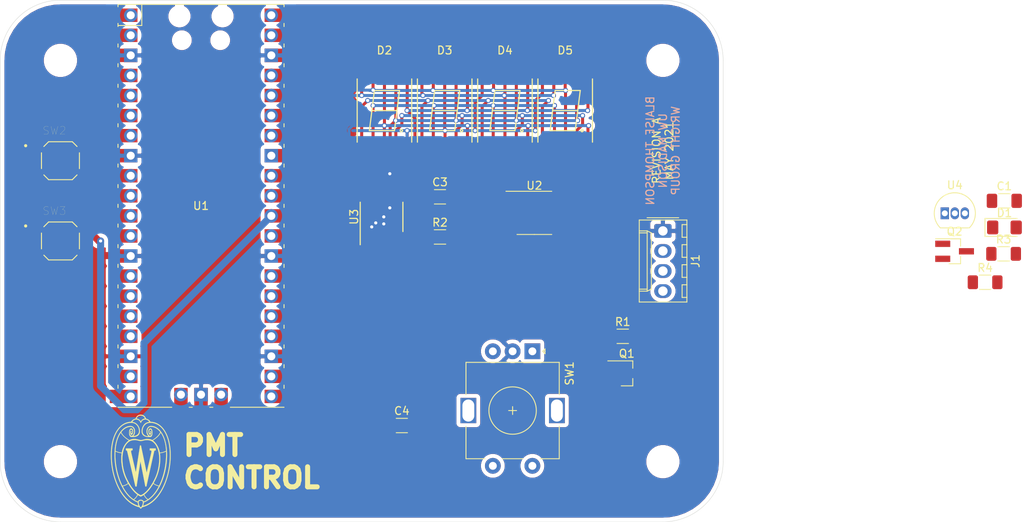
<source format=kicad_pcb>
(kicad_pcb (version 20171130) (host pcbnew 5.1.10-88a1d61d58~89~ubuntu20.10.1)
  (title_block (title "PMT Control") (date 2021-05-17) (rev A) (company "University of Wisconsin-Madison") (comment 1 "Department of Chemistry") (comment 2 "Wright Group") (comment 3 "Blaise Thompson") (comment 4 blaise.thompson@wisc.edu))
  (layers (0 F.Cu signal) (31 B.Cu signal) (34 B.Paste user) (35 F.Paste user) (36 B.SilkS user) (37 F.SilkS user) (38 B.Mask user) (39 F.Mask user) (44 Edge.Cuts user))
  (net 0 "")
  (net 1 GND)
  (net 2 /7seg/SEG2)
  (net 3 /7seg/SEG3)
  (net 4 /7seg/SEG0)
  (net 5 /7seg/SEG8)
  (net 6 /7seg/SEG7)
  (net 7 /7seg/SEG1)
  (net 8 /7seg/SEG6)
  (net 9 /7seg/SEG5)
  (net 10 /7seg/SEG4)
  (net 11 "Net-(C3-Pad1)")
  (net 12 +3V3)
  (net 13 "Net-(R2-Pad1)")
  (net 14 "Net-(SW1-PadA)")
  (net 15 "Net-(SW1-PadB)")
  (net 16 "Net-(U1-Pad43)")
  (net 17 "Net-(U1-Pad41)")
  (net 18 "Net-(U1-Pad22)")
  (net 19 "Net-(U1-Pad29)")
  (net 20 "Net-(U1-Pad31)")
  (net 21 "Net-(U1-Pad32)")
  (net 22 "Net-(U1-Pad33)")
  (net 23 "Net-(U1-Pad34)")
  (net 24 "Net-(U1-Pad35)")
  (net 25 "Net-(U1-Pad37)")
  (net 26 "Net-(U1-Pad39)")
  (net 27 "Net-(U1-Pad17)")
  (net 28 "Net-(U1-Pad16)")
  (net 29 "Net-(U1-Pad15)")
  (net 30 "Net-(U1-Pad14)")
  (net 31 "Net-(U1-Pad12)")
  (net 32 "Net-(U1-Pad11)")
  (net 33 "Net-(U1-Pad10)")
  (net 34 "Net-(U1-Pad7)")
  (net 35 "Net-(U1-Pad6)")
  (net 36 "Net-(U1-Pad5)")
  (net 37 "Net-(U1-Pad4)")
  (net 38 "Net-(U1-Pad2)")
  (net 39 "Net-(U1-Pad1)")
  (net 40 /7seg/~CS~)
  (net 41 SCK)
  (net 42 MOSI)
  (net 43 +5V)
  (net 44 "Net-(D1-Pad2)")
  (net 45 "Net-(D1-Pad1)")
  (net 46 "Net-(J1-Pad3)")
  (net 47 "Net-(J1-Pad2)")
  (net 48 "Net-(Q1-Pad1)")
  (net 49 "Net-(R1-Pad2)")
  (net 50 MISO)
  (net 51 "Net-(SW3-Pad1)")
  (net 52 "Net-(SW2-Pad2)")
  (module footprints:SW_PTS526_SM08_SMTR2_LFS (layer F.Cu) (at 63.5 76.2)
    (fp_text reference SW2 (at -0.762 -3.81) (layer F.SilkS) (effects (font (thickness 0.015))))
    (fp_text value TTL)
    (pad 2 smd rect (at 3 1.85) (size 1 0.7) (layers F.Cu F.Paste F.Mask) (net 52 "Net-(SW2-Pad2)"))
    (pad 1 smd rect (at 3 -1.85) (size 1 0.7) (layers F.Cu F.Paste F.Mask) (net 1 GND))
    (pad 2 smd rect (at -3 1.85) (size 1 0.7) (layers F.Cu F.Paste F.Mask) (net 52 "Net-(SW2-Pad2)"))
    (pad 1 smd rect (at -3 -1.85) (size 1 0.7) (layers F.Cu F.Paste F.Mask) (net 1 GND))
  )
  (module footprints:SW_PTS526_SM08_SMTR2_LFS (layer F.Cu) (at 63.5 86.36)
    (fp_text reference SW3 (at -0.762 -3.81) (layer F.SilkS) (effects (font (thickness 0.015))))
    (fp_text value RST)
    (pad 2 smd rect (at 3 1.85) (size 1 0.7) (layers F.Cu F.Paste F.Mask) (net 1 GND))
    (pad 1 smd rect (at 3 -1.85) (size 1 0.7) (layers F.Cu F.Paste F.Mask) (net 51 "Net-(SW3-Pad1)"))
    (pad 2 smd rect (at -3 1.85) (size 1 0.7) (layers F.Cu F.Paste F.Mask) (net 1 GND))
    (pad 1 smd rect (at -3 -1.85) (size 1 0.7) (layers F.Cu F.Paste F.Mask) (net 51 "Net-(SW3-Pad1)"))
  )
  (module Package_TO_SOT_THT:TO-92_Inline (layer F.Cu) (at 175.35 82.86)
    (fp_text reference U4 (at 1.27 -3.56) (layer F.SilkS))
    (fp_text value LM285Z-2.5)
    (pad 1 thru_hole rect (at 0 0) (size 1.05 1.5) (drill 0.75) (layers *.Cu *.Mask))
    (pad 3 thru_hole oval (at 2.54 0) (size 1.05 1.5) (drill 0.75) (layers *.Cu *.Mask) (net 1 GND))
    (pad 2 thru_hole oval (at 1.27 0) (size 1.05 1.5) (drill 0.75) (layers *.Cu *.Mask) (net 49 "Net-(R1-Pad2)"))
  )
  (module Resistor_SMD:R_1206_3216Metric_Pad1.30x1.75mm_HandSolder (layer F.Cu) (at 180.45 91.59)
    (fp_text reference R4 (at 0 -1.82) (layer F.SilkS))
    (fp_text value R_US)
    (pad 2 smd roundrect (at 1.55 0) (size 1.3 1.75) (layers F.Cu F.Paste F.Mask) (roundrect_rratio 0.192308) (net 47 "Net-(J1-Pad2)"))
    (pad 1 smd roundrect (at -1.55 0) (size 1.3 1.75) (layers F.Cu F.Paste F.Mask) (roundrect_rratio 0.192308) (net 43 +5V))
  )
  (module Resistor_SMD:R_1206_3216Metric_Pad1.30x1.75mm_HandSolder (layer F.Cu) (at 182.79 87.99)
    (fp_text reference R3 (at 0 -1.82) (layer F.SilkS))
    (fp_text value R_US)
    (pad 2 smd roundrect (at 1.55 0) (size 1.3 1.75) (layers F.Cu F.Paste F.Mask) (roundrect_rratio 0.192308) (net 44 "Net-(D1-Pad2)"))
    (pad 1 smd roundrect (at -1.55 0) (size 1.3 1.75) (layers F.Cu F.Paste F.Mask) (roundrect_rratio 0.192308) (net 43 +5V))
  )
  (module Resistor_SMD:R_1206_3216Metric_Pad1.30x1.75mm_HandSolder (layer F.Cu) (at 134.62 98.43)
    (fp_text reference R1 (at 0 -1.82) (layer F.SilkS))
    (fp_text value R_US)
    (pad 2 smd roundrect (at 1.55 0) (size 1.3 1.75) (layers F.Cu F.Paste F.Mask) (roundrect_rratio 0.192308) (net 49 "Net-(R1-Pad2)"))
    (pad 1 smd roundrect (at -1.55 0) (size 1.3 1.75) (layers F.Cu F.Paste F.Mask) (roundrect_rratio 0.192308) (net 43 +5V))
  )
  (module Package_TO_SOT_SMD:SOT-23_Handsoldering (layer F.Cu) (at 176.59 87.67)
    (fp_text reference Q2 (at 0 -2.5) (layer F.SilkS))
    (fp_text value 2N7000)
    (pad 3 smd rect (at 1.5 0) (size 1.9 0.8) (layers F.Cu F.Paste F.Mask) (net 47 "Net-(J1-Pad2)"))
    (pad 2 smd rect (at -1.5 0.95) (size 1.9 0.8) (layers F.Cu F.Paste F.Mask) (net 1 GND))
    (pad 1 smd rect (at -1.5 -0.95) (size 1.9 0.8) (layers F.Cu F.Paste F.Mask) (net 48 "Net-(Q1-Pad1)"))
  )
  (module Package_TO_SOT_SMD:SOT-23_Handsoldering (layer F.Cu) (at 135.128 103.124)
    (fp_text reference Q1 (at 0 -2.5) (layer F.SilkS))
    (fp_text value 2N7000)
    (pad 3 smd rect (at 1.5 0) (size 1.9 0.8) (layers F.Cu F.Paste F.Mask) (net 45 "Net-(D1-Pad1)"))
    (pad 2 smd rect (at -1.5 0.95) (size 1.9 0.8) (layers F.Cu F.Paste F.Mask) (net 1 GND))
    (pad 1 smd rect (at -1.5 -0.95) (size 1.9 0.8) (layers F.Cu F.Paste F.Mask) (net 48 "Net-(Q1-Pad1)"))
  )
  (module LED_SMD:LED_1206_3216Metric_Pad1.42x1.75mm_HandSolder (layer F.Cu) (at 182.895 84.65)
    (fp_text reference D1 (at 0 -1.82) (layer F.SilkS))
    (fp_text value LED)
    (pad 2 smd roundrect (at 1.4875 0) (size 1.425 1.75) (layers F.Cu F.Paste F.Mask) (roundrect_rratio 0.175439) (net 44 "Net-(D1-Pad2)"))
    (pad 1 smd roundrect (at -1.4875 0) (size 1.425 1.75) (layers F.Cu F.Paste F.Mask) (roundrect_rratio 0.175439) (net 45 "Net-(D1-Pad1)"))
  )
  (module Capacitor_SMD:C_1206_3216Metric_Pad1.33x1.80mm_HandSolder (layer F.Cu) (at 182.88 81.28)
    (fp_text reference C1 (at 0 -1.85) (layer F.SilkS))
    (fp_text value 100nF)
    (pad 2 smd roundrect (at 1.5625 0) (size 1.325 1.8) (layers F.Cu F.Paste F.Mask) (roundrect_rratio 0.188679) (net 1 GND))
    (pad 1 smd roundrect (at -1.5625 0) (size 1.325 1.8) (layers F.Cu F.Paste F.Mask) (roundrect_rratio 0.188679) (net 43 +5V))
  )
  (module Package_SO:TSSOP-16_4.4x5mm_P0.65mm (layer F.Cu) (at 123.444 82.804)
    (fp_text reference U2 (at 0 -3.45) (layer F.SilkS))
    (fp_text value AD5761BRUZ-AD5761BRUZ)
    (pad 16 smd roundrect (at 2.8625 -2.275) (size 1.475 0.4) (layers F.Cu F.Paste F.Mask) (net 1 GND))
    (pad 15 smd roundrect (at 2.8625 -1.625) (size 1.475 0.4) (layers F.Cu F.Paste F.Mask) (net 12 +3V3))
    (pad 14 smd roundrect (at 2.8625 -0.975) (size 1.475 0.4) (layers F.Cu F.Paste F.Mask) (net 41 SCK))
    (pad 13 smd roundrect (at 2.8625 -0.325) (size 1.475 0.4) (layers F.Cu F.Paste F.Mask) (net 37 "Net-(U1-Pad4)"))
    (pad 12 smd roundrect (at 2.8625 0.325) (size 1.475 0.4) (layers F.Cu F.Paste F.Mask) (net 42 MOSI))
    (pad 11 smd roundrect (at 2.8625 0.975) (size 1.475 0.4) (layers F.Cu F.Paste F.Mask) (net 1 GND))
    (pad 10 smd roundrect (at 2.8625 1.625) (size 1.475 0.4) (layers F.Cu F.Paste F.Mask) (net 50 MISO))
    (pad 9 smd roundrect (at 2.8625 2.275) (size 1.475 0.4) (layers F.Cu F.Paste F.Mask))
    (pad 8 smd roundrect (at -2.8625 2.275) (size 1.475 0.4) (layers F.Cu F.Paste F.Mask) (net 43 +5V))
    (pad 7 smd roundrect (at -2.8625 1.625) (size 1.475 0.4) (layers F.Cu F.Paste F.Mask) (net 46 "Net-(J1-Pad3)"))
    (pad 6 smd roundrect (at -2.8625 0.975) (size 1.475 0.4) (layers F.Cu F.Paste F.Mask) (net 1 GND))
    (pad 5 smd roundrect (at -2.8625 0.325) (size 1.475 0.4) (layers F.Cu F.Paste F.Mask) (net 1 GND))
    (pad 4 smd roundrect (at -2.8625 -0.325) (size 1.475 0.4) (layers F.Cu F.Paste F.Mask) (net 49 "Net-(R1-Pad2)"))
    (pad 3 smd roundrect (at -2.8625 -0.975) (size 1.475 0.4) (layers F.Cu F.Paste F.Mask) (net 34 "Net-(U1-Pad7)"))
    (pad 2 smd roundrect (at -2.8625 -1.625) (size 1.475 0.4) (layers F.Cu F.Paste F.Mask) (net 35 "Net-(U1-Pad6)"))
    (pad 1 smd roundrect (at -2.8625 -2.275) (size 1.475 0.4) (layers F.Cu F.Paste F.Mask) (net 36 "Net-(U1-Pad5)"))
  )
  (module footprints:RPi_Pico_SMD_TH (layer F.Cu) (at 81.28 81.915)
    (fp_text reference U1 (at 0 0) (layer F.SilkS))
    (fp_text value Pico)
    (pad 43 thru_hole oval (at 2.54 23.9) (size 1.7 1.7) (drill 1.02) (layers *.Cu *.Mask) (net 16 "Net-(U1-Pad43)"))
    (pad 43 smd rect (at 2.54 23.9 90) (size 3.5 1.7) (drill (offset -0.9 0)) (layers F.Cu F.Mask) (net 16 "Net-(U1-Pad43)"))
    (pad 42 thru_hole rect (at 0 23.9) (size 1.7 1.7) (drill 1.02) (layers *.Cu *.Mask) (net 1 GND))
    (pad 42 smd rect (at 0 23.9 90) (size 3.5 1.7) (drill (offset -0.9 0)) (layers F.Cu F.Mask) (net 1 GND))
    (pad 41 thru_hole oval (at -2.54 23.9) (size 1.7 1.7) (drill 1.02) (layers *.Cu *.Mask) (net 17 "Net-(U1-Pad41)"))
    (pad 41 smd rect (at -2.54 23.9 90) (size 3.5 1.7) (drill (offset -0.9 0)) (layers F.Cu F.Mask) (net 17 "Net-(U1-Pad41)"))
    (pad "" np_thru_hole oval (at 2.425 -20.97) (size 1.5 1.5) (drill 1.5) (layers *.Cu *.Mask))
    (pad "" np_thru_hole oval (at -2.425 -20.97) (size 1.5 1.5) (drill 1.5) (layers *.Cu *.Mask))
    (pad "" np_thru_hole oval (at 2.725 -24) (size 1.8 1.8) (drill 1.8) (layers *.Cu *.Mask))
    (pad "" np_thru_hole oval (at -2.725 -24) (size 1.8 1.8) (drill 1.8) (layers *.Cu *.Mask))
    (pad 21 smd rect (at 8.89 24.13) (size 3.5 1.7) (drill (offset 0.9 0)) (layers F.Cu F.Mask) (net 50 MISO))
    (pad 22 smd rect (at 8.89 21.59) (size 3.5 1.7) (drill (offset 0.9 0)) (layers F.Cu F.Mask) (net 18 "Net-(U1-Pad22)"))
    (pad 23 smd rect (at 8.89 19.05) (size 3.5 1.7) (drill (offset 0.9 0)) (layers F.Cu F.Mask) (net 1 GND))
    (pad 24 smd rect (at 8.89 16.51) (size 3.5 1.7) (drill (offset 0.9 0)) (layers F.Cu F.Mask) (net 41 SCK))
    (pad 25 smd rect (at 8.89 13.97) (size 3.5 1.7) (drill (offset 0.9 0)) (layers F.Cu F.Mask) (net 42 MOSI))
    (pad 26 smd rect (at 8.89 11.43) (size 3.5 1.7) (drill (offset 0.9 0)) (layers F.Cu F.Mask) (net 40 /7seg/~CS~))
    (pad 27 smd rect (at 8.89 8.89) (size 3.5 1.7) (drill (offset 0.9 0)) (layers F.Cu F.Mask) (net 48 "Net-(Q1-Pad1)"))
    (pad 28 smd rect (at 8.89 6.35) (size 3.5 1.7) (drill (offset 0.9 0)) (layers F.Cu F.Mask) (net 1 GND))
    (pad 29 smd rect (at 8.89 3.81) (size 3.5 1.7) (drill (offset 0.9 0)) (layers F.Cu F.Mask) (net 19 "Net-(U1-Pad29)"))
    (pad 30 smd rect (at 8.89 1.27) (size 3.5 1.7) (drill (offset 0.9 0)) (layers F.Cu F.Mask) (net 51 "Net-(SW3-Pad1)"))
    (pad 31 smd rect (at 8.89 -1.27) (size 3.5 1.7) (drill (offset 0.9 0)) (layers F.Cu F.Mask) (net 20 "Net-(U1-Pad31)"))
    (pad 32 smd rect (at 8.89 -3.81) (size 3.5 1.7) (drill (offset 0.9 0)) (layers F.Cu F.Mask) (net 21 "Net-(U1-Pad32)"))
    (pad 33 smd rect (at 8.89 -6.35) (size 3.5 1.7) (drill (offset 0.9 0)) (layers F.Cu F.Mask) (net 22 "Net-(U1-Pad33)"))
    (pad 34 smd rect (at 8.89 -8.89) (size 3.5 1.7) (drill (offset 0.9 0)) (layers F.Cu F.Mask) (net 23 "Net-(U1-Pad34)"))
    (pad 35 smd rect (at 8.89 -11.43) (size 3.5 1.7) (drill (offset 0.9 0)) (layers F.Cu F.Mask) (net 24 "Net-(U1-Pad35)"))
    (pad 36 smd rect (at 8.89 -13.97) (size 3.5 1.7) (drill (offset 0.9 0)) (layers F.Cu F.Mask) (net 12 +3V3))
    (pad 37 smd rect (at 8.89 -16.51) (size 3.5 1.7) (drill (offset 0.9 0)) (layers F.Cu F.Mask) (net 25 "Net-(U1-Pad37)"))
    (pad 38 smd rect (at 8.89 -19.05) (size 3.5 1.7) (drill (offset 0.9 0)) (layers F.Cu F.Mask) (net 1 GND))
    (pad 39 smd rect (at 8.89 -21.59) (size 3.5 1.7) (drill (offset 0.9 0)) (layers F.Cu F.Mask) (net 26 "Net-(U1-Pad39)"))
    (pad 40 smd rect (at 8.89 -24.13) (size 3.5 1.7) (drill (offset 0.9 0)) (layers F.Cu F.Mask) (net 43 +5V))
    (pad 20 smd rect (at -8.89 24.13) (size 3.5 1.7) (drill (offset -0.9 0)) (layers F.Cu F.Mask) (net 15 "Net-(SW1-PadB)"))
    (pad 19 smd rect (at -8.89 21.59) (size 3.5 1.7) (drill (offset -0.9 0)) (layers F.Cu F.Mask) (net 14 "Net-(SW1-PadA)"))
    (pad 18 smd rect (at -8.89 19.05) (size 3.5 1.7) (drill (offset -0.9 0)) (layers F.Cu F.Mask) (net 1 GND))
    (pad 17 smd rect (at -8.89 16.51) (size 3.5 1.7) (drill (offset -0.9 0)) (layers F.Cu F.Mask) (net 27 "Net-(U1-Pad17)"))
    (pad 16 smd rect (at -8.89 13.97) (size 3.5 1.7) (drill (offset -0.9 0)) (layers F.Cu F.Mask) (net 28 "Net-(U1-Pad16)"))
    (pad 15 smd rect (at -8.89 11.43) (size 3.5 1.7) (drill (offset -0.9 0)) (layers F.Cu F.Mask) (net 29 "Net-(U1-Pad15)"))
    (pad 14 smd rect (at -8.89 8.89) (size 3.5 1.7) (drill (offset -0.9 0)) (layers F.Cu F.Mask) (net 30 "Net-(U1-Pad14)"))
    (pad 13 smd rect (at -8.89 6.35) (size 3.5 1.7) (drill (offset -0.9 0)) (layers F.Cu F.Mask) (net 1 GND))
    (pad 12 smd rect (at -8.89 3.81) (size 3.5 1.7) (drill (offset -0.9 0)) (layers F.Cu F.Mask) (net 31 "Net-(U1-Pad12)"))
    (pad 11 smd rect (at -8.89 1.27) (size 3.5 1.7) (drill (offset -0.9 0)) (layers F.Cu F.Mask) (net 32 "Net-(U1-Pad11)"))
    (pad 10 smd rect (at -8.89 -1.27) (size 3.5 1.7) (drill (offset -0.9 0)) (layers F.Cu F.Mask) (net 33 "Net-(U1-Pad10)"))
    (pad 9 smd rect (at -8.89 -3.81) (size 3.5 1.7) (drill (offset -0.9 0)) (layers F.Cu F.Mask) (net 52 "Net-(SW2-Pad2)"))
    (pad 8 smd rect (at -8.89 -6.35) (size 3.5 1.7) (drill (offset -0.9 0)) (layers F.Cu F.Mask) (net 1 GND))
    (pad 7 smd rect (at -8.89 -8.89) (size 3.5 1.7) (drill (offset -0.9 0)) (layers F.Cu F.Mask) (net 34 "Net-(U1-Pad7)"))
    (pad 6 smd rect (at -8.89 -11.43) (size 3.5 1.7) (drill (offset -0.9 0)) (layers F.Cu F.Mask) (net 35 "Net-(U1-Pad6)"))
    (pad 5 smd rect (at -8.89 -13.97) (size 3.5 1.7) (drill (offset -0.9 0)) (layers F.Cu F.Mask) (net 36 "Net-(U1-Pad5)"))
    (pad 4 smd rect (at -8.89 -16.51) (size 3.5 1.7) (drill (offset -0.9 0)) (layers F.Cu F.Mask) (net 37 "Net-(U1-Pad4)"))
    (pad 3 smd rect (at -8.89 -19.05) (size 3.5 1.7) (drill (offset -0.9 0)) (layers F.Cu F.Mask) (net 1 GND))
    (pad 2 smd rect (at -8.89 -21.59) (size 3.5 1.7) (drill (offset -0.9 0)) (layers F.Cu F.Mask) (net 38 "Net-(U1-Pad2)"))
    (pad 1 smd rect (at -8.89 -24.13) (size 3.5 1.7) (drill (offset -0.9 0)) (layers F.Cu F.Mask) (net 39 "Net-(U1-Pad1)"))
    (pad 40 thru_hole oval (at 8.89 -24.13) (size 1.7 1.7) (drill 1.02) (layers *.Cu *.Mask) (net 43 +5V))
    (pad 39 thru_hole oval (at 8.89 -21.59) (size 1.7 1.7) (drill 1.02) (layers *.Cu *.Mask) (net 26 "Net-(U1-Pad39)"))
    (pad 38 thru_hole rect (at 8.89 -19.05) (size 1.7 1.7) (drill 1.02) (layers *.Cu *.Mask) (net 1 GND))
    (pad 37 thru_hole oval (at 8.89 -16.51) (size 1.7 1.7) (drill 1.02) (layers *.Cu *.Mask) (net 25 "Net-(U1-Pad37)"))
    (pad 36 thru_hole oval (at 8.89 -13.97) (size 1.7 1.7) (drill 1.02) (layers *.Cu *.Mask) (net 12 +3V3))
    (pad 35 thru_hole oval (at 8.89 -11.43) (size 1.7 1.7) (drill 1.02) (layers *.Cu *.Mask) (net 24 "Net-(U1-Pad35)"))
    (pad 34 thru_hole oval (at 8.89 -8.89) (size 1.7 1.7) (drill 1.02) (layers *.Cu *.Mask) (net 23 "Net-(U1-Pad34)"))
    (pad 33 thru_hole rect (at 8.89 -6.35) (size 1.7 1.7) (drill 1.02) (layers *.Cu *.Mask) (net 22 "Net-(U1-Pad33)"))
    (pad 32 thru_hole oval (at 8.89 -3.81) (size 1.7 1.7) (drill 1.02) (layers *.Cu *.Mask) (net 21 "Net-(U1-Pad32)"))
    (pad 31 thru_hole oval (at 8.89 -1.27) (size 1.7 1.7) (drill 1.02) (layers *.Cu *.Mask) (net 20 "Net-(U1-Pad31)"))
    (pad 30 thru_hole oval (at 8.89 1.27) (size 1.7 1.7) (drill 1.02) (layers *.Cu *.Mask) (net 51 "Net-(SW3-Pad1)"))
    (pad 29 thru_hole oval (at 8.89 3.81) (size 1.7 1.7) (drill 1.02) (layers *.Cu *.Mask) (net 19 "Net-(U1-Pad29)"))
    (pad 28 thru_hole rect (at 8.89 6.35) (size 1.7 1.7) (drill 1.02) (layers *.Cu *.Mask) (net 1 GND))
    (pad 27 thru_hole oval (at 8.89 8.89) (size 1.7 1.7) (drill 1.02) (layers *.Cu *.Mask) (net 48 "Net-(Q1-Pad1)"))
    (pad 26 thru_hole oval (at 8.89 11.43) (size 1.7 1.7) (drill 1.02) (layers *.Cu *.Mask) (net 40 /7seg/~CS~))
    (pad 25 thru_hole oval (at 8.89 13.97) (size 1.7 1.7) (drill 1.02) (layers *.Cu *.Mask) (net 42 MOSI))
    (pad 24 thru_hole oval (at 8.89 16.51) (size 1.7 1.7) (drill 1.02) (layers *.Cu *.Mask) (net 41 SCK))
    (pad 23 thru_hole rect (at 8.89 19.05) (size 1.7 1.7) (drill 1.02) (layers *.Cu *.Mask) (net 1 GND))
    (pad 22 thru_hole oval (at 8.89 21.59) (size 1.7 1.7) (drill 1.02) (layers *.Cu *.Mask) (net 18 "Net-(U1-Pad22)"))
    (pad 21 thru_hole oval (at 8.89 24.13) (size 1.7 1.7) (drill 1.02) (layers *.Cu *.Mask) (net 50 MISO))
    (pad 20 thru_hole oval (at -8.89 24.13) (size 1.7 1.7) (drill 1.02) (layers *.Cu *.Mask) (net 15 "Net-(SW1-PadB)"))
    (pad 19 thru_hole oval (at -8.89 21.59) (size 1.7 1.7) (drill 1.02) (layers *.Cu *.Mask) (net 14 "Net-(SW1-PadA)"))
    (pad 18 thru_hole rect (at -8.89 19.05) (size 1.7 1.7) (drill 1.02) (layers *.Cu *.Mask) (net 1 GND))
    (pad 17 thru_hole oval (at -8.89 16.51) (size 1.7 1.7) (drill 1.02) (layers *.Cu *.Mask) (net 27 "Net-(U1-Pad17)"))
    (pad 16 thru_hole oval (at -8.89 13.97) (size 1.7 1.7) (drill 1.02) (layers *.Cu *.Mask) (net 28 "Net-(U1-Pad16)"))
    (pad 15 thru_hole oval (at -8.89 11.43) (size 1.7 1.7) (drill 1.02) (layers *.Cu *.Mask) (net 29 "Net-(U1-Pad15)"))
    (pad 14 thru_hole oval (at -8.89 8.89) (size 1.7 1.7) (drill 1.02) (layers *.Cu *.Mask) (net 30 "Net-(U1-Pad14)"))
    (pad 13 thru_hole rect (at -8.89 6.35) (size 1.7 1.7) (drill 1.02) (layers *.Cu *.Mask) (net 1 GND))
    (pad 12 thru_hole oval (at -8.89 3.81) (size 1.7 1.7) (drill 1.02) (layers *.Cu *.Mask) (net 31 "Net-(U1-Pad12)"))
    (pad 11 thru_hole oval (at -8.89 1.27) (size 1.7 1.7) (drill 1.02) (layers *.Cu *.Mask) (net 32 "Net-(U1-Pad11)"))
    (pad 10 thru_hole oval (at -8.89 -1.27) (size 1.7 1.7) (drill 1.02) (layers *.Cu *.Mask) (net 33 "Net-(U1-Pad10)"))
    (pad 9 thru_hole oval (at -8.89 -3.81) (size 1.7 1.7) (drill 1.02) (layers *.Cu *.Mask) (net 52 "Net-(SW2-Pad2)"))
    (pad 8 thru_hole rect (at -8.89 -6.35) (size 1.7 1.7) (drill 1.02) (layers *.Cu *.Mask) (net 1 GND))
    (pad 7 thru_hole oval (at -8.89 -8.89) (size 1.7 1.7) (drill 1.02) (layers *.Cu *.Mask) (net 34 "Net-(U1-Pad7)"))
    (pad 6 thru_hole oval (at -8.89 -11.43) (size 1.7 1.7) (drill 1.02) (layers *.Cu *.Mask) (net 35 "Net-(U1-Pad6)"))
    (pad 5 thru_hole oval (at -8.89 -13.97) (size 1.7 1.7) (drill 1.02) (layers *.Cu *.Mask) (net 36 "Net-(U1-Pad5)"))
    (pad 4 thru_hole oval (at -8.89 -16.51) (size 1.7 1.7) (drill 1.02) (layers *.Cu *.Mask) (net 37 "Net-(U1-Pad4)"))
    (pad 3 thru_hole rect (at -8.89 -19.05) (size 1.7 1.7) (drill 1.02) (layers *.Cu *.Mask) (net 1 GND))
    (pad 2 thru_hole oval (at -8.89 -21.59) (size 1.7 1.7) (drill 1.02) (layers *.Cu *.Mask) (net 38 "Net-(U1-Pad2)"))
    (pad 1 thru_hole oval (at -8.89 -24.13) (size 1.7 1.7) (drill 1.02) (layers *.Cu *.Mask) (net 39 "Net-(U1-Pad1)"))
  )
  (module Connector_Molex:Molex_KK-254_AE-6410-04A_1x04_P2.54mm_Vertical (layer F.Cu) (at 139.7 85.09 270)
    (fp_text reference J1 (at 3.81 -4.12 90) (layer F.SilkS))
    (fp_text value OUT)
    (pad 4 thru_hole oval (at 7.62 0 270) (size 1.74 2.19) (drill 1.19) (layers *.Cu *.Mask) (net 43 +5V))
    (pad 3 thru_hole oval (at 5.08 0 270) (size 1.74 2.19) (drill 1.19) (layers *.Cu *.Mask) (net 46 "Net-(J1-Pad3)"))
    (pad 2 thru_hole oval (at 2.54 0 270) (size 1.74 2.19) (drill 1.19) (layers *.Cu *.Mask) (net 47 "Net-(J1-Pad2)"))
    (pad 1 thru_hole roundrect (at 0 0 270) (size 1.74 2.19) (drill 1.19) (layers *.Cu *.Mask) (roundrect_rratio 0.143678) (net 1 GND))
  )
  (module Package_SO:QSOP-16_3.9x4.9mm_P0.635mm (layer F.Cu) (at 104.14 83.312 90)
    (fp_text reference U3 (at 0 -3.5 90) (layer F.SilkS))
    (fp_text value MAX6951)
    (pad 16 smd rect (at 2.6543 -2.2225 90) (size 1.6 0.41) (layers F.Cu F.Paste F.Mask) (net 12 +3V3))
    (pad 15 smd rect (at 2.6543 -1.5875 90) (size 1.6 0.41) (layers F.Cu F.Paste F.Mask) (net 40 /7seg/~CS~))
    (pad 14 smd rect (at 2.6543 -0.9525 90) (size 1.6 0.41) (layers F.Cu F.Paste F.Mask) (net 10 /7seg/SEG4))
    (pad 13 smd rect (at 2.6543 -0.3175 90) (size 1.6 0.41) (layers F.Cu F.Paste F.Mask) (net 9 /7seg/SEG5))
    (pad 12 smd rect (at 2.6543 0.3175 90) (size 1.6 0.41) (layers F.Cu F.Paste F.Mask) (net 8 /7seg/SEG6))
    (pad 11 smd rect (at 2.6543 0.9525 90) (size 1.6 0.41) (layers F.Cu F.Paste F.Mask) (net 6 /7seg/SEG7))
    (pad 10 smd rect (at 2.6543 1.5875 90) (size 1.6 0.41) (layers F.Cu F.Paste F.Mask) (net 5 /7seg/SEG8))
    (pad 9 smd rect (at 2.6543 2.2225 90) (size 1.6 0.41) (layers F.Cu F.Paste F.Mask) (net 11 "Net-(C3-Pad1)") (clearance 0.0762))
    (pad 8 smd rect (at -2.6543 2.2225 90) (size 1.6 0.41) (layers F.Cu F.Paste F.Mask) (net 1 GND) (clearance 0.0762))
    (pad 7 smd rect (at -2.6543 1.5875 90) (size 1.6 0.41) (layers F.Cu F.Paste F.Mask) (net 13 "Net-(R2-Pad1)"))
    (pad 6 smd rect (at -2.6543 0.9525 90) (size 1.6 0.41) (layers F.Cu F.Paste F.Mask) (net 4 /7seg/SEG0))
    (pad 5 smd rect (at -2.6543 0.3175 90) (size 1.6 0.41) (layers F.Cu F.Paste F.Mask) (net 7 /7seg/SEG1))
    (pad 4 smd rect (at -2.6543 -0.3175 90) (size 1.6 0.41) (layers F.Cu F.Paste F.Mask) (net 2 /7seg/SEG2))
    (pad 3 smd rect (at -2.6543 -0.9525 90) (size 1.6 0.41) (layers F.Cu F.Paste F.Mask) (net 3 /7seg/SEG3))
    (pad 2 smd rect (at -2.6543 -1.5875 90) (size 1.6 0.41) (layers F.Cu F.Paste F.Mask) (net 41 SCK))
    (pad 1 smd rect (at -2.6543 -2.2225 90) (size 1.6 0.41) (layers F.Cu F.Paste F.Mask) (net 42 MOSI) (clearance 0.0762))
  )
  (module Resistor_SMD:R_1206_3216Metric_Pad1.30x1.75mm_HandSolder (layer F.Cu) (at 111.506 85.852)
    (fp_text reference R2 (at 0 -1.82) (layer F.SilkS))
    (fp_text value R_US)
    (pad 2 smd roundrect (at 1.55 0) (size 1.3 1.75) (layers F.Cu F.Paste F.Mask) (roundrect_rratio 0.192308) (net 1 GND))
    (pad 1 smd roundrect (at -1.55 0) (size 1.3 1.75) (layers F.Cu F.Paste F.Mask) (roundrect_rratio 0.192308) (net 13 "Net-(R2-Pad1)"))
  )
  (module Capacitor_SMD:C_1206_3216Metric_Pad1.33x1.80mm_HandSolder (layer F.Cu) (at 106.68 109.728)
    (fp_text reference C4 (at 0 -1.85) (layer F.SilkS))
    (fp_text value 100n)
    (pad 2 smd roundrect (at 1.5625 0) (size 1.325 1.8) (layers F.Cu F.Paste F.Mask) (roundrect_rratio 0.188679) (net 1 GND))
    (pad 1 smd roundrect (at -1.5625 0) (size 1.325 1.8) (layers F.Cu F.Paste F.Mask) (roundrect_rratio 0.188679) (net 12 +3V3))
  )
  (module Capacitor_SMD:C_1206_3216Metric_Pad1.33x1.80mm_HandSolder (layer F.Cu) (at 111.506 80.772)
    (fp_text reference C3 (at 0 -1.85) (layer F.SilkS))
    (fp_text value C)
    (pad 2 smd roundrect (at 1.5625 0) (size 1.325 1.8) (layers F.Cu F.Paste F.Mask) (roundrect_rratio 0.188679) (net 1 GND))
    (pad 1 smd roundrect (at -1.5625 0) (size 1.325 1.8) (layers F.Cu F.Paste F.Mask) (roundrect_rratio 0.188679) (net 11 "Net-(C3-Pad1)"))
  )
  (module fram-prototype:ACSC02-41SURKWA-F01 (layer F.Cu) (at 127.34 69.85)
    (fp_text reference D5 (at 0 -7.62) (layer F.SilkS))
    (fp_text value ACSC02-41SURKWA-F01)
    (pad 10 smd rect (at -2.88 -5) (size 0.9 2.8) (layers F.Cu F.Paste F.Mask) (net 7 /7seg/SEG1))
    (pad 9 smd rect (at -1.44 -5) (size 0.9 2.8) (layers F.Cu F.Paste F.Mask) (net 2 /7seg/SEG2))
    (pad 8 smd rect (at 0 -5) (size 0.9 2.8) (layers F.Cu F.Paste F.Mask) (net 3 /7seg/SEG3))
    (pad 7 smd rect (at 1.44 -5) (size 0.9 2.8) (layers F.Cu F.Paste F.Mask) (net 5 /7seg/SEG8))
    (pad 6 smd rect (at 2.88 -5) (size 0.9 2.8) (layers F.Cu F.Paste F.Mask) (net 6 /7seg/SEG7))
    (pad 5 smd rect (at 2.88 5) (size 0.9 2.8) (layers F.Cu F.Paste F.Mask) (net 4 /7seg/SEG0))
    (pad 4 smd rect (at 1.44 5) (size 0.9 2.8) (layers F.Cu F.Paste F.Mask) (net 8 /7seg/SEG6))
    (pad 3 smd rect (at 0 5) (size 0.9 2.8) (layers F.Cu F.Paste F.Mask) (net 3 /7seg/SEG3))
    (pad 2 smd rect (at -1.44 5) (size 0.9 2.8) (layers F.Cu F.Paste F.Mask) (net 9 /7seg/SEG5))
    (pad 1 smd rect (at -2.88 5) (size 0.9 2.8) (layers F.Cu F.Paste F.Mask) (net 10 /7seg/SEG4))
  )
  (module fram-prototype:ACSC02-41SURKWA-F01 (layer F.Cu) (at 119.72 69.85)
    (fp_text reference D4 (at 0 -7.62) (layer F.SilkS))
    (fp_text value ACSC02-41SURKWA-F01)
    (pad 10 smd rect (at -2.88 -5) (size 0.9 2.8) (layers F.Cu F.Paste F.Mask) (net 7 /7seg/SEG1))
    (pad 9 smd rect (at -1.44 -5) (size 0.9 2.8) (layers F.Cu F.Paste F.Mask) (net 3 /7seg/SEG3))
    (pad 8 smd rect (at 0 -5) (size 0.9 2.8) (layers F.Cu F.Paste F.Mask) (net 2 /7seg/SEG2))
    (pad 7 smd rect (at 1.44 -5) (size 0.9 2.8) (layers F.Cu F.Paste F.Mask) (net 5 /7seg/SEG8))
    (pad 6 smd rect (at 2.88 -5) (size 0.9 2.8) (layers F.Cu F.Paste F.Mask) (net 6 /7seg/SEG7))
    (pad 5 smd rect (at 2.88 5) (size 0.9 2.8) (layers F.Cu F.Paste F.Mask) (net 4 /7seg/SEG0))
    (pad 4 smd rect (at 1.44 5) (size 0.9 2.8) (layers F.Cu F.Paste F.Mask) (net 8 /7seg/SEG6))
    (pad 3 smd rect (at 0 5) (size 0.9 2.8) (layers F.Cu F.Paste F.Mask) (net 2 /7seg/SEG2))
    (pad 2 smd rect (at -1.44 5) (size 0.9 2.8) (layers F.Cu F.Paste F.Mask) (net 9 /7seg/SEG5))
    (pad 1 smd rect (at -2.88 5) (size 0.9 2.8) (layers F.Cu F.Paste F.Mask) (net 10 /7seg/SEG4))
  )
  (module fram-prototype:ACSC02-41SURKWA-F01 (layer F.Cu) (at 112.1 69.85)
    (fp_text reference D3 (at 0 -7.62) (layer F.SilkS))
    (fp_text value ACSC02-41SURKWA-F01)
    (pad 10 smd rect (at -2.88 -5) (size 0.9 2.8) (layers F.Cu F.Paste F.Mask) (net 2 /7seg/SEG2))
    (pad 9 smd rect (at -1.44 -5) (size 0.9 2.8) (layers F.Cu F.Paste F.Mask) (net 3 /7seg/SEG3))
    (pad 8 smd rect (at 0 -5) (size 0.9 2.8) (layers F.Cu F.Paste F.Mask) (net 7 /7seg/SEG1))
    (pad 7 smd rect (at 1.44 -5) (size 0.9 2.8) (layers F.Cu F.Paste F.Mask) (net 5 /7seg/SEG8))
    (pad 6 smd rect (at 2.88 -5) (size 0.9 2.8) (layers F.Cu F.Paste F.Mask) (net 6 /7seg/SEG7))
    (pad 5 smd rect (at 2.88 5) (size 0.9 2.8) (layers F.Cu F.Paste F.Mask) (net 4 /7seg/SEG0))
    (pad 4 smd rect (at 1.44 5) (size 0.9 2.8) (layers F.Cu F.Paste F.Mask) (net 8 /7seg/SEG6))
    (pad 3 smd rect (at 0 5) (size 0.9 2.8) (layers F.Cu F.Paste F.Mask) (net 7 /7seg/SEG1))
    (pad 2 smd rect (at -1.44 5) (size 0.9 2.8) (layers F.Cu F.Paste F.Mask) (net 9 /7seg/SEG5))
    (pad 1 smd rect (at -2.88 5) (size 0.9 2.8) (layers F.Cu F.Paste F.Mask) (net 10 /7seg/SEG4))
  )
  (module fram-prototype:ACSC02-41SURKWA-F01 (layer F.Cu) (at 104.48 69.85)
    (fp_text reference D2 (at 0 -7.62) (layer F.SilkS))
    (fp_text value ACSC02-41SURKWA-F01)
    (pad 10 smd rect (at -2.88 -5) (size 0.9 2.8) (layers F.Cu F.Paste F.Mask) (net 2 /7seg/SEG2))
    (pad 9 smd rect (at -1.44 -5) (size 0.9 2.8) (layers F.Cu F.Paste F.Mask) (net 3 /7seg/SEG3))
    (pad 8 smd rect (at 0 -5) (size 0.9 2.8) (layers F.Cu F.Paste F.Mask) (net 4 /7seg/SEG0))
    (pad 7 smd rect (at 1.44 -5) (size 0.9 2.8) (layers F.Cu F.Paste F.Mask) (net 5 /7seg/SEG8))
    (pad 6 smd rect (at 2.88 -5) (size 0.9 2.8) (layers F.Cu F.Paste F.Mask) (net 6 /7seg/SEG7))
    (pad 5 smd rect (at 2.88 5) (size 0.9 2.8) (layers F.Cu F.Paste F.Mask) (net 7 /7seg/SEG1))
    (pad 4 smd rect (at 1.44 5) (size 0.9 2.8) (layers F.Cu F.Paste F.Mask) (net 8 /7seg/SEG6))
    (pad 3 smd rect (at 0 5) (size 0.9 2.8) (layers F.Cu F.Paste F.Mask) (net 4 /7seg/SEG0))
    (pad 2 smd rect (at -1.44 5) (size 0.9 2.8) (layers F.Cu F.Paste F.Mask) (net 9 /7seg/SEG5))
    (pad 1 smd rect (at -2.88 5) (size 0.9 2.8) (layers F.Cu F.Paste F.Mask) (net 10 /7seg/SEG4))
  )
  (module Rotary_Encoder:RotaryEncoder_Alps_EC11E-Switch_Vertical_H20mm (layer F.Cu) (at 123.19 100.33 270)
    (fp_text reference SW1 (at 2.8 -4.7 90) (layer F.SilkS))
    (fp_text value Rotary_Encoder_Switch)
    (pad A thru_hole rect (at 0 0 270) (size 2 2) (drill 1) (layers *.Cu *.Mask) (net 14 "Net-(SW1-PadA)"))
    (pad C thru_hole circle (at 0 2.5 270) (size 2 2) (drill 1) (layers *.Cu *.Mask) (net 1 GND))
    (pad B thru_hole circle (at 0 5 270) (size 2 2) (drill 1) (layers *.Cu *.Mask) (net 15 "Net-(SW1-PadB)"))
    (pad MP thru_hole rect (at 7.5 -3.1 270) (size 3.2 2) (drill oval 2.8 1.5) (layers *.Cu *.Mask))
    (pad MP thru_hole rect (at 7.5 8.1 270) (size 3.2 2) (drill oval 2.8 1.5) (layers *.Cu *.Mask))
    (pad S2 thru_hole circle (at 14.5 0 270) (size 2 2) (drill 1) (layers *.Cu *.Mask))
    (pad S1 thru_hole circle (at 14.5 5 270) (size 2 2) (drill 1) (layers *.Cu *.Mask))
  )
  (module MountingHole:MountingHole_3.2mm_M3 (layer F.Cu) (at 63.5 114.3)
    (fp_text reference REF** hide)
    (fp_text value MountingHole_3.2mm_M3 hide)
    (pad 1 np_thru_hole circle (at 0 0) (size 3.2 3.2) (drill 3.2) (layers *.Cu *.Mask))
  )
  (module MountingHole:MountingHole_3.2mm_M3 (layer F.Cu) (at 139.7 114.3)
    (fp_text reference REF** hide)
    (fp_text value MountingHole_3.2mm_M3 hide)
    (pad 1 np_thru_hole circle (at 0 0) (size 3.2 3.2) (drill 3.2) (layers *.Cu *.Mask))
  )
  (module MountingHole:MountingHole_3.2mm_M3 (layer F.Cu) (at 63.5 63.5)
    (fp_text reference REF** hide)
    (fp_text value MountingHole_3.2mm_M3 hide)
    (pad 1 np_thru_hole circle (at 0 0) (size 3.2 3.2) (drill 3.2) (layers *.Cu *.Mask))
  )
  (module MountingHole:MountingHole_3.2mm_M3 (layer F.Cu) (at 139.7 63.5)
    (fp_text reference REF** hide)
    (fp_text value MountingHole_3.2mm_M3 hide)
    (pad 1 np_thru_hole circle (at 0 0) (size 3.2 3.2) (drill 3.2) (layers *.Cu *.Mask))
  )
  (module footprints:logo (layer F.Cu) (at 73.66 114.3)
    (fp_text reference G*** hide)
    (fp_text value LOGO hide)
  )
  (gr_text "REVISION A\nMAY 2021" (at 139.7 74.93 90) (layer F.SilkS) (effects (font (size 1 1))))
  (gr_text "BLAISE THOMPSON\nUW MADISON\nWRIGHT GROUP" (at 139.7 74.93 90) (layer B.SilkS) (effects (font (size 1 1)) (justify mirror)))
  (gr_text "PMT\nCONTROL" (at 78.74 114.3) (layer F.SilkS) (effects (font (size 2.54 2.54) (thickness 0.635)) (justify left)))
  (gr_line (start 63.5 121.92) (end 139.7 121.92) (layer Edge.Cuts) (width 0.05))
  (gr_line (start 55.88 63.5) (end 55.88 114.3) (layer Edge.Cuts) (width 0.05))
  (gr_line (start 139.7 55.88) (end 63.5 55.88) (layer Edge.Cuts) (width 0.05))
  (gr_line (start 147.32 63.5) (end 147.32 114.3) (layer Edge.Cuts) (width 0.05))
  (gr_arc (start 139.7 114.3) (end 139.7 121.92) (angle -90) (layer Edge.Cuts) (width 0.05))
  (gr_arc (start 63.5 114.3) (end 55.88 114.3) (angle -90) (layer Edge.Cuts) (width 0.05))
  (gr_arc (start 63.5 63.5) (end 63.5 55.88) (angle -90) (layer Edge.Cuts) (width 0.05))
  (gr_arc (start 139.7 63.5) (end 147.32 63.5) (angle -90) (layer Edge.Cuts) (width 0.05))
  (segment (start 66.5 74.35) (end 60.5 74.35) (width 0.889) (layer F.Cu) (net 1))
  (segment (start 67.715 75.565) (end 72.39 75.565) (width 0.889) (layer F.Cu) (net 1))
  (segment (start 66.5 74.35) (end 67.715 75.565) (width 0.889) (layer F.Cu) (net 1))
  (segment (start 60.5 88.21) (end 66.5 88.21) (width 0.889) (layer F.Cu) (net 1))
  (segment (start 72.335 88.21) (end 72.39 88.265) (width 0.889) (layer F.Cu) (net 1))
  (segment (start 66.5 88.21) (end 72.335 88.21) (width 0.889) (layer F.Cu) (net 1))
  (segment (start 113.056 80.7845) (end 113.0685 80.772) (width 0.889) (layer F.Cu) (net 1))
  (segment (start 109.754 82.651) (end 106.758001 85.646999) (width 0.889) (layer F.Cu) (net 1))
  (segment (start 106.758001 85.646999) (end 106.758001 85.9663) (width 0.889) (layer F.Cu) (net 1))
  (segment (start 113.056 82.651) (end 109.754 82.651) (width 0.889) (layer F.Cu) (net 1))
  (segment (start 113.056 85.852) (end 113.056 82.651) (width 0.889) (layer F.Cu) (net 1))
  (segment (start 113.056 82.651) (end 113.056 80.7845) (width 0.889) (layer F.Cu) (net 1))
  (via (at 101.6 67.945) (size 0.635) (drill 0.4) (layers F.Cu B.Cu) (net 2))
  (segment (start 101.6 64.85) (end 101.6 67.945) (width 0.381) (layer F.Cu) (net 2))
  (segment (start 101.219 67.945) (end 101.6 67.945) (width 0.381) (layer B.Cu) (net 2))
  (via (at 109.347 67.945) (size 0.635) (drill 0.4) (layers F.Cu B.Cu) (net 2))
  (segment (start 109.22 64.85) (end 109.22 67.818) (width 0.381) (layer F.Cu) (net 2))
  (segment (start 109.22 67.818) (end 109.347 67.945) (width 0.381) (layer F.Cu) (net 2))
  (segment (start 101.6 67.945) (end 109.347 67.945) (width 0.381) (layer B.Cu) (net 2))
  (segment (start 125.9 67.902) (end 125.857 67.945) (width 0.381) (layer F.Cu) (net 2))
  (via (at 125.857 67.945) (size 0.635) (drill 0.4) (layers F.Cu B.Cu) (net 2))
  (segment (start 125.9 64.85) (end 125.9 67.902) (width 0.381) (layer F.Cu) (net 2))
  (via (at 119.634 67.945) (size 0.635) (drill 0.4) (layers F.Cu B.Cu) (net 2))
  (segment (start 119.72 64.85) (end 119.72 67.859) (width 0.381) (layer F.Cu) (net 2))
  (segment (start 119.634 67.945) (end 125.857 67.945) (width 0.381) (layer B.Cu) (net 2))
  (segment (start 119.72 67.859) (end 119.634 67.945) (width 0.381) (layer F.Cu) (net 2))
  (segment (start 109.347 67.945) (end 119.634 67.945) (width 0.381) (layer B.Cu) (net 2))
  (segment (start 119.72 68.031) (end 119.634 67.945) (width 0.381) (layer F.Cu) (net 2))
  (segment (start 119.72 74.85) (end 119.72 68.031) (width 0.381) (layer F.Cu) (net 2))
  (via (at 103.378 84.074) (size 0.635) (drill 0.4) (layers F.Cu B.Cu) (net 2))
  (segment (start 103.8225 84.5185) (end 103.378 84.074) (width 0.381) (layer F.Cu) (net 2))
  (segment (start 103.8225 85.9663) (end 103.8225 84.5185) (width 0.381) (layer F.Cu) (net 2))
  (segment (start 99.441 67.945) (end 101.6 67.945) (width 0.381) (layer B.Cu) (net 2))
  (segment (start 98.933 68.453) (end 99.441 67.945) (width 0.381) (layer B.Cu) (net 2))
  (segment (start 98.933 79.629) (end 98.933 68.453) (width 0.381) (layer B.Cu) (net 2))
  (segment (start 103.378 84.074) (end 98.933 79.629) (width 0.381) (layer B.Cu) (net 2))
  (segment (start 103.04 64.85) (end 103.04 67.267) (width 0.381) (layer F.Cu) (net 3))
  (via (at 103.04 67.267) (size 0.635) (drill 0.4) (layers F.Cu B.Cu) (net 3))
  (via (at 110.617 67.31) (size 0.635) (drill 0.4) (layers F.Cu B.Cu) (net 3))
  (segment (start 110.66 67.267) (end 110.617 67.31) (width 0.381) (layer F.Cu) (net 3))
  (segment (start 110.66 64.85) (end 110.66 67.267) (width 0.381) (layer F.Cu) (net 3))
  (segment (start 102.616 67.31) (end 110.617 67.31) (width 0.381) (layer B.Cu) (net 3))
  (via (at 118.237 67.31) (size 0.635) (drill 0.4) (layers F.Cu B.Cu) (net 3))
  (segment (start 118.28 67.267) (end 118.237 67.31) (width 0.381) (layer F.Cu) (net 3))
  (segment (start 118.28 64.85) (end 118.28 67.267) (width 0.381) (layer F.Cu) (net 3))
  (segment (start 110.617 67.31) (end 118.237 67.31) (width 0.381) (layer B.Cu) (net 3))
  (via (at 127.381 67.31) (size 0.635) (drill 0.4) (layers F.Cu B.Cu) (net 3))
  (segment (start 127.34 67.269) (end 127.381 67.31) (width 0.381) (layer F.Cu) (net 3))
  (segment (start 127.34 64.85) (end 127.34 67.269) (width 0.381) (layer F.Cu) (net 3))
  (segment (start 118.237 67.31) (end 127.381 67.31) (width 0.381) (layer B.Cu) (net 3))
  (segment (start 127.381 74.809) (end 127.34 74.85) (width 0.381) (layer F.Cu) (net 3))
  (segment (start 127.381 67.31) (end 127.381 74.809) (width 0.381) (layer F.Cu) (net 3))
  (segment (start 103.1875 84.8995) (end 102.87 84.582) (width 0.381) (layer F.Cu) (net 3))
  (via (at 102.87 84.582) (size 0.635) (drill 0.4) (layers F.Cu B.Cu) (net 3))
  (segment (start 103.1875 85.9663) (end 103.1875 84.8995) (width 0.381) (layer F.Cu) (net 3))
  (segment (start 98.976 67.267) (end 103.04 67.267) (width 0.381) (layer B.Cu) (net 3))
  (segment (start 98.171 68.072) (end 98.976 67.267) (width 0.381) (layer B.Cu) (net 3))
  (segment (start 98.171 79.883) (end 98.171 68.072) (width 0.381) (layer B.Cu) (net 3))
  (segment (start 102.87 84.582) (end 98.171 79.883) (width 0.381) (layer B.Cu) (net 3))
  (via (at 104.4702 71.755) (size 0.635) (drill 0.4) (layers F.Cu B.Cu) (net 4))
  (segment (start 104.48 71.7452) (end 104.4702 71.755) (width 0.381) (layer F.Cu) (net 4))
  (segment (start 104.48 64.85) (end 104.48 71.7452) (width 0.381) (layer F.Cu) (net 4))
  (segment (start 104.4702 74.8402) (end 104.48 74.85) (width 0.381) (layer F.Cu) (net 4))
  (segment (start 104.4702 71.755) (end 104.4702 74.8402) (width 0.381) (layer F.Cu) (net 4))
  (via (at 130.302 71.755) (size 0.635) (drill 0.4) (layers F.Cu B.Cu) (net 4))
  (segment (start 130.22 71.837) (end 130.302 71.755) (width 0.381) (layer F.Cu) (net 4))
  (segment (start 130.22 74.85) (end 130.22 71.837) (width 0.381) (layer F.Cu) (net 4))
  (via (at 114.9858 71.755) (size 0.635) (drill 0.4) (layers F.Cu B.Cu) (net 4))
  (segment (start 114.98 71.7608) (end 114.9858 71.755) (width 0.381) (layer F.Cu) (net 4))
  (segment (start 114.98 74.85) (end 114.98 71.7608) (width 0.381) (layer F.Cu) (net 4))
  (segment (start 104.4702 71.755) (end 114.9858 71.755) (width 0.381) (layer B.Cu) (net 4))
  (via (at 122.6566 71.755) (size 0.635) (drill 0.4) (layers F.Cu B.Cu) (net 4))
  (segment (start 122.6 74.85) (end 122.6 71.8116) (width 0.381) (layer F.Cu) (net 4))
  (segment (start 122.6 71.8116) (end 122.6566 71.755) (width 0.381) (layer F.Cu) (net 4))
  (segment (start 122.6566 71.755) (end 130.302 71.755) (width 0.381) (layer B.Cu) (net 4))
  (segment (start 114.9858 71.755) (end 122.6566 71.755) (width 0.381) (layer B.Cu) (net 4))
  (segment (start 105.0925 85.9663) (end 105.0925 84.0105) (width 0.381) (layer F.Cu) (net 4))
  (via (at 104.394 83.312) (size 0.635) (drill 0.4) (layers F.Cu B.Cu) (net 4))
  (segment (start 105.0925 84.0105) (end 104.394 83.312) (width 0.381) (layer F.Cu) (net 4))
  (segment (start 100.445408 71.755) (end 104.4702 71.755) (width 0.381) (layer B.Cu) (net 4))
  (segment (start 99.99979 72.200618) (end 100.445408 71.755) (width 0.381) (layer B.Cu) (net 4))
  (segment (start 99.99979 78.91779) (end 99.99979 72.200618) (width 0.381) (layer B.Cu) (net 4))
  (segment (start 104.394 83.312) (end 99.99979 78.91779) (width 0.381) (layer B.Cu) (net 4))
  (via (at 105.8926 71.12) (size 0.635) (drill 0.4) (layers F.Cu B.Cu) (net 5))
  (segment (start 105.92 71.0926) (end 105.8926 71.12) (width 0.381) (layer F.Cu) (net 5))
  (segment (start 105.92 64.85) (end 105.92 71.0926) (width 0.381) (layer F.Cu) (net 5))
  (via (at 113.538 71.12) (size 0.635) (drill 0.4) (layers F.Cu B.Cu) (net 5))
  (segment (start 113.54 71.118) (end 113.538 71.12) (width 0.381) (layer F.Cu) (net 5))
  (segment (start 113.54 64.85) (end 113.54 71.118) (width 0.381) (layer F.Cu) (net 5))
  (segment (start 105.8926 71.12) (end 113.538 71.12) (width 0.381) (layer B.Cu) (net 5))
  (via (at 121.158 71.12) (size 0.635) (drill 0.4) (layers F.Cu B.Cu) (net 5))
  (segment (start 121.16 71.118) (end 121.158 71.12) (width 0.381) (layer F.Cu) (net 5))
  (segment (start 121.16 64.85) (end 121.16 71.118) (width 0.381) (layer F.Cu) (net 5))
  (segment (start 113.538 71.12) (end 121.158 71.12) (width 0.381) (layer B.Cu) (net 5))
  (via (at 128.905 71.12) (size 0.635) (drill 0.4) (layers F.Cu B.Cu) (net 5))
  (segment (start 128.78 70.995) (end 128.905 71.12) (width 0.381) (layer F.Cu) (net 5))
  (segment (start 128.78 64.85) (end 128.78 70.995) (width 0.381) (layer F.Cu) (net 5))
  (segment (start 121.158 71.12) (end 128.905 71.12) (width 0.381) (layer B.Cu) (net 5))
  (via (at 105.156 82.169) (size 0.635) (drill 0.4) (layers F.Cu B.Cu) (net 5))
  (segment (start 105.7275 81.5975) (end 105.156 82.169) (width 0.381) (layer F.Cu) (net 5))
  (segment (start 105.7275 80.6577) (end 105.7275 81.5975) (width 0.381) (layer F.Cu) (net 5))
  (segment (start 105.156 82.169) (end 105.156 77.851) (width 0.381) (layer B.Cu) (net 5))
  (via (at 105.156 77.851) (size 0.635) (drill 0.4) (layers F.Cu B.Cu) (net 5))
  (segment (start 105.203299 71.809301) (end 105.8926 71.12) (width 0.381) (layer F.Cu) (net 5))
  (segment (start 105.203299 76.456763) (end 105.203299 71.809301) (width 0.381) (layer F.Cu) (net 5))
  (segment (start 105.156 76.504062) (end 105.203299 76.456763) (width 0.381) (layer F.Cu) (net 5))
  (segment (start 105.156 77.851) (end 105.156 76.504062) (width 0.381) (layer F.Cu) (net 5))
  (via (at 107.3404 69.85) (size 0.635) (drill 0.4) (layers F.Cu B.Cu) (net 6))
  (segment (start 107.36 69.8304) (end 107.3404 69.85) (width 0.381) (layer F.Cu) (net 6))
  (segment (start 107.36 64.85) (end 107.36 69.8304) (width 0.381) (layer F.Cu) (net 6))
  (via (at 114.935 69.85) (size 0.635) (drill 0.4) (layers F.Cu B.Cu) (net 6))
  (segment (start 114.98 69.805) (end 114.935 69.85) (width 0.381) (layer F.Cu) (net 6))
  (segment (start 114.98 64.85) (end 114.98 69.805) (width 0.381) (layer F.Cu) (net 6))
  (segment (start 107.3404 69.85) (end 114.935 69.85) (width 0.381) (layer B.Cu) (net 6))
  (segment (start 122.6 69.805) (end 122.555 69.85) (width 0.381) (layer F.Cu) (net 6))
  (via (at 122.555 69.85) (size 0.635) (drill 0.4) (layers F.Cu B.Cu) (net 6))
  (segment (start 122.6 64.85) (end 122.6 69.805) (width 0.381) (layer F.Cu) (net 6))
  (segment (start 114.935 69.85) (end 122.555 69.85) (width 0.381) (layer B.Cu) (net 6))
  (via (at 130.175 69.85) (size 0.635) (drill 0.4) (layers F.Cu B.Cu) (net 6))
  (segment (start 130.22 69.805) (end 130.175 69.85) (width 0.381) (layer F.Cu) (net 6))
  (segment (start 130.22 64.85) (end 130.22 69.805) (width 0.381) (layer F.Cu) (net 6))
  (segment (start 122.555 69.85) (end 130.175 69.85) (width 0.381) (layer B.Cu) (net 6))
  (segment (start 105.0925 79.81923) (end 108.331 76.58073) (width 0.381) (layer F.Cu) (net 6))
  (segment (start 105.0925 80.6577) (end 105.0925 79.81923) (width 0.381) (layer F.Cu) (net 6))
  (segment (start 108.331 70.8406) (end 107.3404 69.85) (width 0.381) (layer F.Cu) (net 6))
  (segment (start 108.331 76.58073) (end 108.331 70.8406) (width 0.381) (layer F.Cu) (net 6))
  (via (at 107.3404 72.39) (size 0.635) (drill 0.4) (layers F.Cu B.Cu) (net 7))
  (segment (start 107.36 72.4096) (end 107.3404 72.39) (width 0.381) (layer F.Cu) (net 7))
  (segment (start 107.36 74.85) (end 107.36 72.4096) (width 0.381) (layer F.Cu) (net 7))
  (via (at 112.141 72.39) (size 0.635) (drill 0.4) (layers F.Cu B.Cu) (net 7))
  (segment (start 112.1 72.349) (end 112.141 72.39) (width 0.381) (layer F.Cu) (net 7))
  (segment (start 112.1 64.85) (end 112.1 72.349) (width 0.381) (layer F.Cu) (net 7))
  (segment (start 107.3404 72.39) (end 112.141 72.39) (width 0.381) (layer B.Cu) (net 7))
  (segment (start 112.141 74.809) (end 112.1 74.85) (width 0.381) (layer F.Cu) (net 7))
  (segment (start 112.141 72.39) (end 112.141 74.809) (width 0.381) (layer F.Cu) (net 7))
  (segment (start 124.46 64.85) (end 124.46 67.691) (width 0.381) (layer F.Cu) (net 7))
  (via (at 123.571 72.39) (size 0.635) (drill 0.4) (layers F.Cu B.Cu) (net 7))
  (segment (start 123.571 68.58) (end 123.571 72.39) (width 0.381) (layer F.Cu) (net 7))
  (segment (start 124.46 67.691) (end 123.571 68.58) (width 0.381) (layer F.Cu) (net 7))
  (segment (start 116.84 64.85) (end 116.84 67.945) (width 0.381) (layer F.Cu) (net 7))
  (via (at 115.951 72.39) (size 0.635) (drill 0.4) (layers F.Cu B.Cu) (net 7))
  (segment (start 115.951 68.834) (end 115.951 72.39) (width 0.381) (layer F.Cu) (net 7))
  (segment (start 116.84 67.945) (end 115.951 68.834) (width 0.381) (layer F.Cu) (net 7))
  (segment (start 115.951 72.39) (end 123.571 72.39) (width 0.381) (layer B.Cu) (net 7))
  (segment (start 112.141 72.39) (end 115.951 72.39) (width 0.381) (layer B.Cu) (net 7))
  (segment (start 100.457 72.39) (end 107.3404 72.39) (width 0.381) (layer B.Cu) (net 7))
  (via (at 104.394 84.201) (size 0.635) (drill 0.4) (layers F.Cu B.Cu) (net 7))
  (segment (start 104.4575 84.2645) (end 104.394 84.201) (width 0.381) (layer F.Cu) (net 7))
  (segment (start 104.4575 85.9663) (end 104.4575 84.2645) (width 0.381) (layer F.Cu) (net 7))
  (segment (start 107.3404 81.2546) (end 107.3404 72.39) (width 0.381) (layer B.Cu) (net 7))
  (segment (start 104.394 84.201) (end 107.3404 81.2546) (width 0.381) (layer B.Cu) (net 7))
  (via (at 129.54 70.485) (size 0.635) (drill 0.4) (layers F.Cu B.Cu) (net 8))
  (segment (start 129.54 71.632) (end 129.54 70.485) (width 0.381) (layer F.Cu) (net 8))
  (segment (start 128.78 72.392) (end 129.54 71.632) (width 0.381) (layer F.Cu) (net 8))
  (via (at 121.92 70.485) (size 0.635) (drill 0.4) (layers F.Cu B.Cu) (net 8))
  (segment (start 121.16 74.85) (end 121.16 72.392) (width 0.381) (layer F.Cu) (net 8))
  (segment (start 121.92 71.632) (end 121.92 70.485) (width 0.381) (layer F.Cu) (net 8))
  (segment (start 121.16 72.392) (end 121.92 71.632) (width 0.381) (layer F.Cu) (net 8))
  (via (at 114.3 70.485) (size 0.635) (drill 0.4) (layers F.Cu B.Cu) (net 8))
  (segment (start 113.54 74.85) (end 113.54 72.392) (width 0.381) (layer F.Cu) (net 8))
  (segment (start 114.3 71.632) (end 114.3 70.485) (width 0.381) (layer F.Cu) (net 8))
  (segment (start 113.54 72.392) (end 114.3 71.632) (width 0.381) (layer F.Cu) (net 8))
  (segment (start 105.92 74.85) (end 105.92 72.392) (width 0.381) (layer F.Cu) (net 8))
  (segment (start 105.92 72.392) (end 106.68 71.632) (width 0.381) (layer F.Cu) (net 8))
  (via (at 106.68 70.485) (size 0.635) (drill 0.4) (layers F.Cu B.Cu) (net 8))
  (segment (start 106.68 71.632) (end 106.68 70.485) (width 0.381) (layer F.Cu) (net 8))
  (segment (start 106.68 70.485) (end 128.778 70.485) (width 0.381) (layer B.Cu) (net 8))
  (segment (start 129.54 70.485) (end 128.778 70.485) (width 0.381) (layer B.Cu) (net 8))
  (segment (start 128.78 72.392) (end 128.78 74.85) (width 0.381) (layer F.Cu) (net 8))
  (segment (start 104.4575 79.807638) (end 104.4575 80.6577) (width 0.381) (layer F.Cu) (net 8))
  (segment (start 105.92 78.345138) (end 104.4575 79.807638) (width 0.381) (layer F.Cu) (net 8))
  (segment (start 105.92 74.85) (end 105.92 78.345138) (width 0.381) (layer F.Cu) (net 8))
  (via (at 103.0478 69.215) (size 0.635) (drill 0.4) (layers F.Cu B.Cu) (net 9))
  (segment (start 103.04 69.2228) (end 103.0478 69.215) (width 0.381) (layer F.Cu) (net 9))
  (segment (start 103.04 74.85) (end 103.04 69.2228) (width 0.381) (layer F.Cu) (net 9))
  (via (at 110.744 69.215) (size 0.635) (drill 0.4) (layers F.Cu B.Cu) (net 9))
  (segment (start 110.66 74.85) (end 110.66 69.299) (width 0.381) (layer F.Cu) (net 9))
  (segment (start 110.66 69.299) (end 110.744 69.215) (width 0.381) (layer F.Cu) (net 9))
  (segment (start 103.0478 69.215) (end 110.744 69.215) (width 0.381) (layer B.Cu) (net 9))
  (via (at 118.237 69.215) (size 0.635) (drill 0.4) (layers F.Cu B.Cu) (net 9))
  (segment (start 118.28 69.258) (end 118.237 69.215) (width 0.381) (layer F.Cu) (net 9))
  (segment (start 110.744 69.215) (end 118.237 69.215) (width 0.381) (layer B.Cu) (net 9))
  (via (at 125.984 69.215) (size 0.635) (drill 0.4) (layers F.Cu B.Cu) (net 9))
  (segment (start 125.9 69.299) (end 125.984 69.215) (width 0.381) (layer F.Cu) (net 9))
  (segment (start 118.237 69.215) (end 125.984 69.215) (width 0.381) (layer B.Cu) (net 9))
  (segment (start 125.984 74.766) (end 125.9 74.85) (width 0.381) (layer F.Cu) (net 9))
  (segment (start 125.984 69.215) (end 125.984 74.766) (width 0.381) (layer F.Cu) (net 9))
  (segment (start 118.237 74.807) (end 118.28 74.85) (width 0.381) (layer F.Cu) (net 9))
  (segment (start 118.237 69.215) (end 118.237 74.807) (width 0.381) (layer F.Cu) (net 9))
  (segment (start 103.8225 79.247406) (end 103.8225 80.6577) (width 0.381) (layer F.Cu) (net 9))
  (segment (start 103.04 78.464906) (end 103.8225 79.247406) (width 0.381) (layer F.Cu) (net 9))
  (segment (start 103.04 74.85) (end 103.04 78.464906) (width 0.381) (layer F.Cu) (net 9))
  (via (at 125.222 68.58) (size 0.635) (drill 0.4) (layers F.Cu B.Cu) (net 10))
  (segment (start 124.46 74.85) (end 124.46 69.342) (width 0.381) (layer F.Cu) (net 10))
  (segment (start 124.46 69.342) (end 125.222 68.58) (width 0.381) (layer F.Cu) (net 10))
  (via (at 117.602 68.58) (size 0.635) (drill 0.4) (layers F.Cu B.Cu) (net 10))
  (segment (start 116.84 74.85) (end 116.84 69.342) (width 0.381) (layer F.Cu) (net 10))
  (segment (start 116.84 69.342) (end 117.602 68.58) (width 0.381) (layer F.Cu) (net 10))
  (via (at 109.982 68.58) (size 0.635) (drill 0.4) (layers F.Cu B.Cu) (net 10))
  (segment (start 109.22 74.85) (end 109.22 69.342) (width 0.381) (layer F.Cu) (net 10))
  (segment (start 109.22 69.342) (end 109.982 68.58) (width 0.381) (layer F.Cu) (net 10))
  (via (at 102.362 68.58) (size 0.635) (drill 0.4) (layers F.Cu B.Cu) (net 10))
  (segment (start 101.6 74.85) (end 101.6 69.342) (width 0.381) (layer F.Cu) (net 10))
  (segment (start 101.6 69.342) (end 102.362 68.58) (width 0.381) (layer F.Cu) (net 10))
  (segment (start 102.362 68.58) (end 125.222 68.58) (width 0.381) (layer B.Cu) (net 10))
  (segment (start 101.6 74.85) (end 101.6 77.671498) (width 0.381) (layer F.Cu) (net 10))
  (segment (start 103.1875 79.258998) (end 103.1875 80.6577) (width 0.381) (layer F.Cu) (net 10))
  (segment (start 101.6 77.671498) (end 103.1875 79.258998) (width 0.381) (layer F.Cu) (net 10))
  (segment (start 106.872301 80.772) (end 106.758001 80.6577) (width 0.889) (layer F.Cu) (net 11))
  (segment (start 109.9435 80.772) (end 106.872301 80.772) (width 0.889) (layer F.Cu) (net 11))
  (segment (start 101.826799 80.566999) (end 101.826799 80.6577) (width 0.889) (layer F.Cu) (net 12))
  (segment (start 100.629299 79.369499) (end 101.826799 80.566999) (width 0.889) (layer F.Cu) (net 12))
  (segment (start 100.629299 75.958397) (end 100.629299 79.369499) (width 0.889) (layer F.Cu) (net 12))
  (segment (start 92.615902 67.945) (end 100.629299 75.958397) (width 0.889) (layer F.Cu) (net 12))
  (segment (start 90.17 67.945) (end 92.615902 67.945) (width 0.889) (layer F.Cu) (net 12))
  (segment (start 109.956 85.852) (end 108.712 85.852) (width 0.889) (layer F.Cu) (net 13))
  (segment (start 108.712 85.852) (end 107.061 87.503) (width 0.889) (layer F.Cu) (net 13))
  (segment (start 107.061 87.503) (end 106.426 87.503) (width 0.889) (layer F.Cu) (net 13))
  (segment (start 105.7275 86.8045) (end 105.7275 85.9663) (width 0.381) (layer F.Cu) (net 13))
  (segment (start 106.426 87.503) (end 105.7275 86.8045) (width 0.381) (layer F.Cu) (net 13))
  (segment (start 92.615902 93.345) (end 102.362 83.598902) (width 0.889) (layer F.Cu) (net 40))
  (segment (start 90.17 93.345) (end 92.615902 93.345) (width 0.889) (layer F.Cu) (net 40))
  (segment (start 102.5525 83.408402) (end 102.5525 80.6577) (width 0.381) (layer F.Cu) (net 40))
  (segment (start 102.362 83.598902) (end 102.5525 83.408402) (width 0.381) (layer F.Cu) (net 40))
  (segment (start 92.067262 98.425) (end 102.100262 88.392) (width 0.889) (layer F.Cu) (net 41))
  (segment (start 90.17 98.425) (end 92.067262 98.425) (width 0.889) (layer F.Cu) (net 41))
  (segment (start 102.5525 87.939762) (end 102.5525 85.9663) (width 0.381) (layer F.Cu) (net 41))
  (segment (start 102.100262 88.392) (end 102.5525 87.939762) (width 0.381) (layer F.Cu) (net 41))
  (segment (start 91.9988 95.885) (end 101.6 86.2838) (width 0.889) (layer F.Cu) (net 42))
  (segment (start 90.17 95.885) (end 91.9988 95.885) (width 0.889) (layer F.Cu) (net 42))
  (segment (start 66.555 84.455) (end 66.5 84.51) (width 0.889) (layer F.Cu) (net 51))
  (segment (start 71.585759 107.720501) (end 68.58 104.714742) (width 0.889) (layer B.Cu) (net 51))
  (segment (start 73.194241 107.720501) (end 71.585759 107.720501) (width 0.889) (layer B.Cu) (net 51))
  (segment (start 74.065501 99.289499) (end 74.065501 106.849241) (width 0.889) (layer B.Cu) (net 51))
  (segment (start 74.065501 106.849241) (end 73.194241 107.720501) (width 0.889) (layer B.Cu) (net 51))
  (segment (start 90.17 83.185) (end 74.065501 99.289499) (width 0.889) (layer B.Cu) (net 51))
  (via (at 68.58 86.36) (size 0.8) (drill 0.4) (layers F.Cu B.Cu) (net 51))
  (segment (start 68.58 104.714742) (end 68.58 86.36) (width 0.889) (layer B.Cu) (net 51))
  (segment (start 68.35 86.36) (end 66.5 84.51) (width 0.889) (layer F.Cu) (net 51))
  (segment (start 68.58 86.36) (end 68.35 86.36) (width 0.889) (layer F.Cu) (net 51))
  (segment (start 66.5 84.51) (end 60.5 84.51) (width 0.889) (layer F.Cu) (net 51))
  (segment (start 60.5 78.05) (end 66.5 78.05) (width 0.889) (layer F.Cu) (net 52))
  (segment (start 72.335 78.05) (end 72.39 78.105) (width 0.889) (layer F.Cu) (net 52))
  (segment (start 66.5 78.05) (end 72.335 78.05) (width 0.889) (layer F.Cu) (net 52))
  (zone (net 1) (net_name GND) (layer F.Cu) (connect_pads (clearance 0.508)) (min_thickness 0.254) (fill yes (arc_segments 32) (thermal_gap 0.508) (thermal_bridge_width 0.508))
    (polygon (pts (xy 147.32 121.92) (xy 55.88 121.92) (xy 55.88 55.88) (xy 147.32 55.88)))
  )
  (zone (net 1) (net_name GND) (layer B.Cu) (connect_pads (clearance 0.508)) (min_thickness 0.254) (fill yes (arc_segments 32) (thermal_gap 0.508) (thermal_bridge_width 0.508))
    (polygon (pts (xy 147.32 121.92) (xy 55.88 121.92) (xy 55.88 55.88) (xy 147.32 55.88)))
  )
)
</source>
